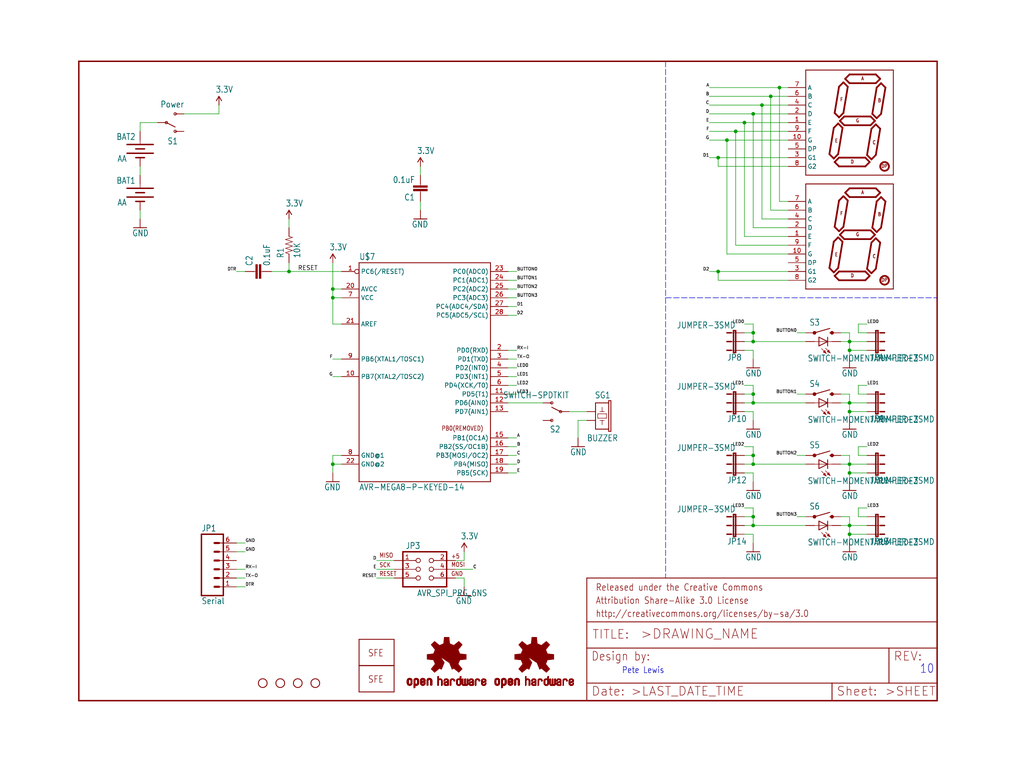
<source format=kicad_sch>
(kicad_sch (version 20211123) (generator eeschema)
  (paper "User" 297.002 223.926)
  (lib_symbols
    (symbol "eagleSchem-eagle-import:0.1UF-50V-20%(PTH)KIT-EZ"
      (property "Reference" "C" (at 1.524 2.921 0))
      (property "Value" "0.1UF-50V-20%(PTH)KIT-EZ" (at 1.524 -2.159 0))
      (symbol "0.1UF-50V-20%(PTH)KIT-EZ_1_0"
        (pin passive line (at 0 5.08 270) (length 2.54) (name "1") (number "1"))
        (pin passive line (at 0 -2.54 90) (length 2.54) (name "2") (number "2"))
      )
    )
    (symbol "eagleSchem-eagle-import:10KOHM1{slash}6W5%(PTH)KIT"
      (property "Reference" "R" (at -3.81 1.4986 0))
      (property "Value" "10KOHM1{slash}6W5%(PTH)KIT" (at -3.81 -3.302 0))
      (symbol "10KOHM1{slash}6W5%(PTH)KIT_1_0"
        (pin passive line (at -5.08 0 0) (length 2.54) (name "1") (number "P$1"))
        (pin passive line (at 5.08 0 180) (length 2.54) (name "2") (number "P$2"))
      )
    )
    (symbol "eagleSchem-eagle-import:3.3V" (power)
      (property "Value" "3.3V" (at -1.016 3.556 0))
      (symbol "3.3V_1_0"
        (pin power_in line (at 0 0 90) (length 2.54) (name "3.3V") (number "1"))
      )
    )
    (symbol "eagleSchem-eagle-import:7-SEGMENT-DISPLAY-1{dblquote}-REDEZ"
      (symbol "7-SEGMENT-DISPLAY-1{dblquote}-REDEZ_1_0"
        (text "A" (at 0.762 12.192 0) (effects (font (size 1.016 0.8636) (thickness 0.1727) bold) (justify left bottom)))
        (text "B" (at 5.588 5.842 0) (effects (font (size 1.016 0.8636) (thickness 0.1727) bold) (justify left bottom)))
        (text "C" (at 4.064 -6.35 0) (effects (font (size 1.016 0.8636) (thickness 0.1727) bold) (justify left bottom)))
        (text "D" (at -2.286 -11.938 0) (effects (font (size 1.016 0.8636) (thickness 0.1727) bold) (justify left bottom)))
        (text "DP" (at 6.604 -13.208 0) (effects (font (size 1.016 0.8636) (thickness 0.1727) bold) (justify left bottom)))
        (text "E" (at -6.858 -5.842 0) (effects (font (size 1.016 0.8636) (thickness 0.1727) bold) (justify left bottom)))
        (text "F" (at -5.334 6.096 0) (effects (font (size 1.016 0.8636) (thickness 0.1727) bold) (justify left bottom)))
        (text "G" (at -0.762 0 0) (effects (font (size 1.016 0.8636) (thickness 0.1727) bold) (justify left bottom)))
        (pin bidirectional line (at -20.32 0 0) (length 5.08) (name "E") (number "1"))
        (pin bidirectional line (at -20.32 -5.08 0) (length 5.08) (name "G") (number "10"))
        (pin bidirectional line (at -20.32 2.54 0) (length 5.08) (name "D") (number "2"))
        (pin bidirectional line (at -20.32 -10.16 0) (length 5.08) (name "G1") (number "3"))
        (pin bidirectional line (at -20.32 5.08 0) (length 5.08) (name "C") (number "4"))
        (pin bidirectional line (at -20.32 -7.62 0) (length 5.08) (name "DP") (number "5"))
        (pin bidirectional line (at -20.32 7.62 0) (length 5.08) (name "B") (number "6"))
        (pin bidirectional line (at -20.32 10.16 0) (length 5.08) (name "A") (number "7"))
        (pin bidirectional line (at -20.32 -12.7 0) (length 5.08) (name "G2") (number "8"))
        (pin bidirectional line (at -20.32 -2.54 0) (length 5.08) (name "F") (number "9"))
      )
    )
    (symbol "eagleSchem-eagle-import:AVR-MEGA8-P-KEYED-14"
      (property "Value" "AVR-MEGA8-P-KEYED-14" (at -17.78 -38.1 0))
      (symbol "AVR-MEGA8-P-KEYED-14_1_0"
        (text "PB0(REMOVED)" (at 6.096 -20.828 0) (effects (font (size 1.27 1.0795)) (justify left bottom)))
        (pin bidirectional inverted (at -22.86 25.4 0) (length 5.08) (name "PC6(/RESET)") (number "1"))
        (pin bidirectional line (at -22.86 -5.08 0) (length 5.08) (name "PB7(XTAL2/TOSC2)") (number "10"))
        (pin bidirectional line (at 25.4 -10.16 180) (length 5.08) (name "PD5(T1)") (number "11"))
        (pin bidirectional line (at 25.4 -12.7 180) (length 5.08) (name "PD6(AIN0)") (number "12"))
        (pin bidirectional line (at 25.4 -15.24 180) (length 5.08) (name "PD7(AIN1)") (number "13"))
        (pin bidirectional line (at 25.4 -22.86 180) (length 5.08) (name "PB1(OC1A)") (number "15"))
        (pin bidirectional line (at 25.4 -25.4 180) (length 5.08) (name "PB2(SS/OC1B)") (number "16"))
        (pin bidirectional line (at 25.4 -27.94 180) (length 5.08) (name "PB3(MOSI/OC2)") (number "17"))
        (pin bidirectional line (at 25.4 -30.48 180) (length 5.08) (name "PB4(MISO)") (number "18"))
        (pin bidirectional line (at 25.4 -33.02 180) (length 5.08) (name "PB5(SCK)") (number "19"))
        (pin bidirectional line (at 25.4 2.54 180) (length 5.08) (name "PD0(RXD)") (number "2"))
        (pin bidirectional line (at -22.86 20.32 0) (length 5.08) (name "AVCC") (number "20"))
        (pin bidirectional line (at -22.86 10.16 0) (length 5.08) (name "AREF") (number "21"))
        (pin bidirectional line (at -22.86 -30.48 0) (length 5.08) (name "GND@2") (number "22"))
        (pin bidirectional line (at 25.4 25.4 180) (length 5.08) (name "PC0(ADC0)") (number "23"))
        (pin bidirectional line (at 25.4 22.86 180) (length 5.08) (name "PC1(ADC1)") (number "24"))
        (pin bidirectional line (at 25.4 20.32 180) (length 5.08) (name "PC2(ADC2)") (number "25"))
        (pin bidirectional line (at 25.4 17.78 180) (length 5.08) (name "PC3(ADC3)") (number "26"))
        (pin bidirectional line (at 25.4 15.24 180) (length 5.08) (name "PC4(ADC4/SDA)") (number "27"))
        (pin bidirectional line (at 25.4 12.7 180) (length 5.08) (name "PC5(ADC5/SCL)") (number "28"))
        (pin bidirectional line (at 25.4 0 180) (length 5.08) (name "PD1(TXD)") (number "3"))
        (pin bidirectional line (at 25.4 -2.54 180) (length 5.08) (name "PD2(INT0)") (number "4"))
        (pin bidirectional line (at 25.4 -5.08 180) (length 5.08) (name "PD3(INT1)") (number "5"))
        (pin bidirectional line (at 25.4 -7.62 180) (length 5.08) (name "PD4(XCK/T0)") (number "6"))
        (pin bidirectional line (at -22.86 17.78 0) (length 5.08) (name "VCC") (number "7"))
        (pin bidirectional line (at -22.86 -27.94 0) (length 5.08) (name "GND@1") (number "8"))
        (pin bidirectional line (at -22.86 0 0) (length 5.08) (name "PB6(XTAL1/TOSC1)") (number "9"))
      )
    )
    (symbol "eagleSchem-eagle-import:AVR_SPI_PRG_6NS"
      (property "Reference" "J" (at -4.318 5.842 0))
      (property "Value" "AVR_SPI_PRG_6NS" (at -4.064 -7.62 0))
      (symbol "AVR_SPI_PRG_6NS_1_0"
        (text "+5" (at 8.89 3.048 0) (effects (font (size 1.27 1.0795)) (justify left bottom)))
        (text "GND" (at 8.89 -2.032 0) (effects (font (size 1.27 1.0795)) (justify left bottom)))
        (text "MISO" (at -11.938 3.302 0) (effects (font (size 1.27 1.0795)) (justify left bottom)))
        (text "MOSI" (at 8.89 0.635 0) (effects (font (size 1.27 1.0795)) (justify left bottom)))
        (text "RESET" (at -11.938 -2.032 0) (effects (font (size 1.27 1.0795)) (justify left bottom)))
        (text "SCK" (at -11.938 0.508 0) (effects (font (size 1.27 1.0795)) (justify left bottom)))
        (pin passive inverted (at -7.62 2.54 0) (length 7.62) (name "1") (number "1"))
        (pin passive inverted (at 10.16 2.54 180) (length 7.62) (name "2") (number "2"))
        (pin passive inverted (at -7.62 0 0) (length 7.62) (name "3") (number "3"))
        (pin passive inverted (at 10.16 0 180) (length 7.62) (name "4") (number "4"))
        (pin passive inverted (at -7.62 -2.54 0) (length 7.62) (name "5") (number "5"))
        (pin passive inverted (at 10.16 -2.54 180) (length 7.62) (name "6") (number "6"))
      )
    )
    (symbol "eagleSchem-eagle-import:BATTERYAA-KIT"
      (property "Reference" "BAT" (at -3.81 5.08 0))
      (property "Value" "BATTERYAA-KIT" (at -3.81 -6.35 0))
      (symbol "BATTERYAA-KIT_1_0"
        (pin power_in line (at 5.08 0 180) (length 2.54) (name "-") (number "GND@1"))
        (pin power_in line (at -5.08 0 0) (length 2.54) (name "+") (number "PWR@1"))
      )
    )
    (symbol "eagleSchem-eagle-import:BUZZERPTH-KIT"
      (property "Reference" "SG" (at -2.54 5.08 0))
      (property "Value" "BUZZERPTH-KIT" (at 6.35 0 0))
      (symbol "BUZZERPTH-KIT_1_0"
        (pin passive line (at 0 -2.54 90) (length 2.54) (name "1") (number "+"))
        (pin passive line (at 2.54 -2.54 90) (length 2.54) (name "2") (number "-"))
      )
    )
    (symbol "eagleSchem-eagle-import:FRAME-LETTER"
      (symbol "FRAME-LETTER_2_0"
        (text ">DRAWING_NAME" (at 15.494 17.78 0) (effects (font (size 2.7432 2.7432)) (justify left bottom)))
        (text ">LAST_DATE_TIME" (at 12.7 1.27 0) (effects (font (size 2.54 2.54)) (justify left bottom)))
        (text ">SHEET" (at 86.36 1.27 0) (effects (font (size 2.54 2.54)) (justify left bottom)))
        (text "Attribution Share-Alike 3.0 License" (at 2.54 27.94 0) (effects (font (size 1.9304 1.6408)) (justify left bottom)))
        (text "Date:" (at 1.27 1.27 0) (effects (font (size 2.54 2.54)) (justify left bottom)))
        (text "Design by:" (at 1.27 11.43 0) (effects (font (size 2.54 2.159)) (justify left bottom)))
        (text "http://creativecommons.org/licenses/by-sa/3.0" (at 2.54 24.13 0) (effects (font (size 1.9304 1.6408)) (justify left bottom)))
        (text "Released under the Creative Commons" (at 2.54 31.75 0) (effects (font (size 1.9304 1.6408)) (justify left bottom)))
        (text "REV:" (at 88.9 11.43 0) (effects (font (size 2.54 2.54)) (justify left bottom)))
        (text "Sheet:" (at 72.39 1.27 0) (effects (font (size 2.54 2.54)) (justify left bottom)))
        (text "TITLE:" (at 1.524 17.78 0) (effects (font (size 2.54 2.54)) (justify left bottom)))
      )
    )
    (symbol "eagleSchem-eagle-import:GND" (power)
      (property "Value" "GND" (at -2.54 -2.54 0))
      (symbol "GND_1_0"
        (pin power_in line (at 0 2.54 270) (length 2.54) (name "GND") (number "1"))
      )
    )
    (symbol "eagleSchem-eagle-import:JUMPER-3SMD"
      (property "Reference" "JP" (at -1.27 0 90))
      (property "Value" "JUMPER-3SMD" (at 8.255 0 90))
      (symbol "JUMPER-3SMD_1_0"
        (pin passive line (at 0 -2.54 90) (length 2.54) (name "1") (number "1"))
        (pin passive line (at 2.54 -2.54 90) (length 2.54) (name "2") (number "2"))
        (pin passive line (at 5.08 -2.54 90) (length 2.54) (name "3") (number "3"))
      )
    )
    (symbol "eagleSchem-eagle-import:LOGO-SFENEW"
      (symbol "LOGO-SFENEW_1_0"
        (text "SFE" (at 0 0 0) (effects (font (size 1.9304 1.6408)) (justify left bottom)))
      )
    )
    (symbol "eagleSchem-eagle-import:M06-SFENOSILK"
      (property "Reference" "JP" (at -5.08 10.922 0))
      (property "Value" "M06-SFENOSILK" (at -5.08 -10.16 0))
      (symbol "M06-SFENOSILK_1_0"
        (pin passive line (at 5.08 -5.08 180) (length 5.08) (name "1") (number "1"))
        (pin passive line (at 5.08 -2.54 180) (length 5.08) (name "2") (number "2"))
        (pin passive line (at 5.08 0 180) (length 5.08) (name "3") (number "3"))
        (pin passive line (at 5.08 2.54 180) (length 5.08) (name "4") (number "4"))
        (pin passive line (at 5.08 5.08 180) (length 5.08) (name "5") (number "5"))
        (pin passive line (at 5.08 7.62 180) (length 5.08) (name "6") (number "6"))
      )
    )
    (symbol "eagleSchem-eagle-import:OSHW-LOGOL")
    (symbol "eagleSchem-eagle-import:OSHW-LOGOS")
    (symbol "eagleSchem-eagle-import:STAND-OFF")
    (symbol "eagleSchem-eagle-import:SWITCH-MOMENTARY-LEDEZ"
      (property "Reference" "S" (at -4.064 2.032 0))
      (property "Value" "SWITCH-MOMENTARY-LEDEZ" (at -4.572 -8.382 0))
      (symbol "SWITCH-MOMENTARY-LEDEZ_1_0"
        (pin passive line (at 5.08 0 180) (length 2.54) (name "2") (number "2"))
        (pin passive line (at -5.08 0 0) (length 2.54) (name "1") (number "4"))
        (pin passive line (at -5.08 -2.54 0) (length 2.54) (name "A") (number "A"))
        (pin passive line (at 5.08 -2.54 180) (length 2.54) (name "C") (number "C"))
      )
    )
    (symbol "eagleSchem-eagle-import:SWITCH-SPDTKIT"
      (property "Reference" "S" (at -1.905 -6.35 0))
      (property "Value" "SWITCH-SPDTKIT" (at -2.54 3.81 0))
      (symbol "SWITCH-SPDTKIT_1_0"
        (pin passive line (at 5.08 2.54 180) (length 2.54) (name "O") (number "1"))
        (pin passive line (at -2.54 0 0) (length 2.54) (name "P") (number "2"))
        (pin passive line (at 5.08 -2.54 180) (length 2.54) (name "S") (number "3"))
      )
    )
  )
  (junction (at 218.44 149.86))
  (junction (at 218.44 99.06))
  (junction (at 218.44 114.3))
  (junction (at 208.28 78.74))
  (junction (at 223.52 27.94))
  (junction (at 226.06 25.4))
  (junction (at 246.38 99.06))
  (junction (at 213.36 38.1))
  (junction (at 218.44 33.02))
  (junction (at 96.52 86.36))
  (junction (at 246.38 134.62))
  (junction (at 83.82 78.74))
  (junction (at 208.28 45.72))
  (junction (at 96.52 134.62))
  (junction (at 218.44 152.4))
  (junction (at 220.98 30.48))
  (junction (at 246.38 137.16))
  (junction (at 218.44 116.84))
  (junction (at 210.82 40.64))
  (junction (at 96.52 83.82))
  (junction (at 218.44 134.62))
  (junction (at 246.38 152.4))
  (junction (at 246.38 101.6))
  (junction (at 246.38 116.84))
  (junction (at 218.44 132.08))
  (junction (at 246.38 154.94))
  (junction (at 246.38 119.38))
  (junction (at 218.44 96.52))
  (junction (at 215.9 35.56))
  (wire (pts (xy 246.38 137.16) (xy 246.38 139.7)))
  (wire (pts (xy 134.62 162.56) (xy 134.62 160.02)))
  (wire (pts (xy 210.82 73.66) (xy 228.6 73.66)))
  (wire (pts (xy 99.06 86.36) (xy 96.52 86.36)))
  (wire (pts (xy 215.9 119.38) (xy 218.44 119.38)))
  (wire (pts (xy 246.38 99.06) (xy 246.38 101.6)))
  (wire (pts (xy 223.52 27.94) (xy 223.52 60.96)))
  (wire (pts (xy 251.46 132.08) (xy 248.92 132.08)))
  (wire (pts (xy 215.9 68.58) (xy 228.6 68.58)))
  (wire (pts (xy 246.38 96.52) (xy 246.38 99.06)))
  (wire (pts (xy 215.9 96.52) (xy 218.44 96.52)))
  (wire (pts (xy 215.9 154.94) (xy 218.44 154.94)))
  (wire (pts (xy 96.52 83.82) (xy 96.52 76.2)))
  (wire (pts (xy 218.44 132.08) (xy 218.44 134.62)))
  (wire (pts (xy 134.62 167.64) (xy 134.62 170.18)))
  (wire (pts (xy 218.44 33.02) (xy 218.44 66.04)))
  (wire (pts (xy 147.32 127) (xy 149.86 127)))
  (wire (pts (xy 243.84 114.3) (xy 246.38 114.3)))
  (wire (pts (xy 251.46 134.62) (xy 246.38 134.62)))
  (wire (pts (xy 218.44 129.54) (xy 215.9 129.54)))
  (wire (pts (xy 215.9 137.16) (xy 218.44 137.16)))
  (wire (pts (xy 147.32 134.62) (xy 149.86 134.62)))
  (wire (pts (xy 248.92 132.08) (xy 248.92 129.54)))
  (wire (pts (xy 228.6 45.72) (xy 208.28 45.72)))
  (wire (pts (xy 218.44 154.94) (xy 218.44 157.48)))
  (wire (pts (xy 71.12 78.74) (xy 68.58 78.74)))
  (wire (pts (xy 210.82 40.64) (xy 205.74 40.64)))
  (wire (pts (xy 228.6 38.1) (xy 213.36 38.1)))
  (wire (pts (xy 147.32 116.84) (xy 157.48 116.84)))
  (wire (pts (xy 226.06 58.42) (xy 228.6 58.42)))
  (wire (pts (xy 147.32 104.14) (xy 149.86 104.14)))
  (wire (pts (xy 243.84 132.08) (xy 246.38 132.08)))
  (wire (pts (xy 223.52 27.94) (xy 205.74 27.94)))
  (wire (pts (xy 218.44 149.86) (xy 218.44 152.4)))
  (wire (pts (xy 208.28 78.74) (xy 205.74 78.74)))
  (wire (pts (xy 251.46 114.3) (xy 248.92 114.3)))
  (wire (pts (xy 68.58 160.02) (xy 71.12 160.02)))
  (wire (pts (xy 248.92 114.3) (xy 248.92 111.76)))
  (wire (pts (xy 99.06 134.62) (xy 96.52 134.62)))
  (wire (pts (xy 99.06 109.22) (xy 96.52 109.22)))
  (wire (pts (xy 248.92 149.86) (xy 248.92 147.32)))
  (wire (pts (xy 215.9 149.86) (xy 218.44 149.86)))
  (wire (pts (xy 40.64 35.56) (xy 40.64 38.1)))
  (wire (pts (xy 233.68 134.62) (xy 218.44 134.62)))
  (polyline (pts (xy 193.04 86.36) (xy 271.78 86.36)))
  (wire (pts (xy 63.5 30.48) (xy 63.5 33.02)))
  (wire (pts (xy 233.68 149.86) (xy 231.14 149.86)))
  (wire (pts (xy 40.64 48.26) (xy 40.64 50.8)))
  (wire (pts (xy 170.18 121.92) (xy 167.64 121.92)))
  (wire (pts (xy 248.92 111.76) (xy 251.46 111.76)))
  (wire (pts (xy 228.6 78.74) (xy 208.28 78.74)))
  (wire (pts (xy 147.32 101.6) (xy 149.86 101.6)))
  (wire (pts (xy 218.44 33.02) (xy 205.74 33.02)))
  (wire (pts (xy 68.58 165.1) (xy 71.12 165.1)))
  (wire (pts (xy 251.46 149.86) (xy 248.92 149.86)))
  (wire (pts (xy 251.46 116.84) (xy 246.38 116.84)))
  (wire (pts (xy 218.44 116.84) (xy 215.9 116.84)))
  (wire (pts (xy 218.44 149.86) (xy 218.44 147.32)))
  (wire (pts (xy 233.68 132.08) (xy 231.14 132.08)))
  (wire (pts (xy 114.3 165.1) (xy 109.22 165.1)))
  (wire (pts (xy 208.28 48.26) (xy 208.28 45.72)))
  (wire (pts (xy 246.38 114.3) (xy 246.38 116.84)))
  (wire (pts (xy 215.9 132.08) (xy 218.44 132.08)))
  (wire (pts (xy 96.52 132.08) (xy 96.52 134.62)))
  (wire (pts (xy 215.9 101.6) (xy 218.44 101.6)))
  (wire (pts (xy 147.32 129.54) (xy 149.86 129.54)))
  (polyline (pts (xy 193.04 86.36) (xy 193.04 167.64)))
  (wire (pts (xy 213.36 38.1) (xy 213.36 71.12)))
  (wire (pts (xy 40.64 63.5) (xy 40.64 60.96)))
  (wire (pts (xy 132.08 167.64) (xy 134.62 167.64)))
  (wire (pts (xy 83.82 76.2) (xy 83.82 78.74)))
  (wire (pts (xy 147.32 83.82) (xy 149.86 83.82)))
  (wire (pts (xy 218.44 132.08) (xy 218.44 129.54)))
  (wire (pts (xy 40.64 35.56) (xy 45.72 35.56)))
  (wire (pts (xy 228.6 40.64) (xy 210.82 40.64)))
  (wire (pts (xy 96.52 134.62) (xy 96.52 137.16)))
  (wire (pts (xy 243.84 116.84) (xy 246.38 116.84)))
  (wire (pts (xy 218.44 114.3) (xy 218.44 111.76)))
  (wire (pts (xy 218.44 147.32) (xy 215.9 147.32)))
  (wire (pts (xy 218.44 96.52) (xy 218.44 99.06)))
  (wire (pts (xy 246.38 101.6) (xy 246.38 104.14)))
  (wire (pts (xy 96.52 86.36) (xy 96.52 83.82)))
  (wire (pts (xy 251.46 154.94) (xy 246.38 154.94)))
  (wire (pts (xy 147.32 91.44) (xy 149.86 91.44)))
  (wire (pts (xy 248.92 96.52) (xy 248.92 93.98)))
  (wire (pts (xy 83.82 78.74) (xy 78.74 78.74)))
  (wire (pts (xy 233.68 114.3) (xy 231.14 114.3)))
  (wire (pts (xy 218.44 99.06) (xy 215.9 99.06)))
  (wire (pts (xy 243.84 96.52) (xy 246.38 96.52)))
  (polyline (pts (xy 193.04 17.78) (xy 193.04 86.36)))
  (wire (pts (xy 218.44 137.16) (xy 218.44 139.7)))
  (wire (pts (xy 121.92 50.8) (xy 121.92 48.26)))
  (wire (pts (xy 68.58 170.18) (xy 71.12 170.18)))
  (wire (pts (xy 68.58 167.64) (xy 71.12 167.64)))
  (wire (pts (xy 233.68 99.06) (xy 218.44 99.06)))
  (wire (pts (xy 165.1 119.38) (xy 170.18 119.38)))
  (wire (pts (xy 218.44 134.62) (xy 215.9 134.62)))
  (wire (pts (xy 213.36 71.12) (xy 228.6 71.12)))
  (wire (pts (xy 243.84 149.86) (xy 246.38 149.86)))
  (wire (pts (xy 99.06 78.74) (xy 83.82 78.74)))
  (wire (pts (xy 246.38 99.06) (xy 243.84 99.06)))
  (wire (pts (xy 83.82 63.5) (xy 83.82 66.04)))
  (wire (pts (xy 248.92 93.98) (xy 251.46 93.98)))
  (wire (pts (xy 215.9 35.56) (xy 215.9 68.58)))
  (wire (pts (xy 246.38 132.08) (xy 246.38 134.62)))
  (wire (pts (xy 251.46 99.06) (xy 246.38 99.06)))
  (wire (pts (xy 99.06 104.14) (xy 96.52 104.14)))
  (wire (pts (xy 251.46 119.38) (xy 246.38 119.38)))
  (wire (pts (xy 246.38 116.84) (xy 246.38 119.38)))
  (wire (pts (xy 114.3 167.64) (xy 109.22 167.64)))
  (wire (pts (xy 147.32 81.28) (xy 149.86 81.28)))
  (wire (pts (xy 246.38 134.62) (xy 246.38 137.16)))
  (wire (pts (xy 228.6 30.48) (xy 220.98 30.48)))
  (wire (pts (xy 147.32 86.36) (xy 149.86 86.36)))
  (wire (pts (xy 251.46 137.16) (xy 246.38 137.16)))
  (wire (pts (xy 233.68 96.52) (xy 231.14 96.52)))
  (wire (pts (xy 218.44 96.52) (xy 218.44 93.98)))
  (wire (pts (xy 208.28 81.28) (xy 208.28 78.74)))
  (wire (pts (xy 53.34 33.02) (xy 63.5 33.02)))
  (wire (pts (xy 99.06 83.82) (xy 96.52 83.82)))
  (wire (pts (xy 213.36 38.1) (xy 205.74 38.1)))
  (wire (pts (xy 68.58 157.48) (xy 71.12 157.48)))
  (wire (pts (xy 132.08 165.1) (xy 137.16 165.1)))
  (wire (pts (xy 114.3 162.56) (xy 109.22 162.56)))
  (wire (pts (xy 218.44 119.38) (xy 218.44 121.92)))
  (wire (pts (xy 147.32 78.74) (xy 149.86 78.74)))
  (wire (pts (xy 228.6 48.26) (xy 208.28 48.26)))
  (wire (pts (xy 147.32 109.22) (xy 149.86 109.22)))
  (wire (pts (xy 220.98 63.5) (xy 228.6 63.5)))
  (wire (pts (xy 226.06 25.4) (xy 226.06 58.42)))
  (wire (pts (xy 218.44 101.6) (xy 218.44 104.14)))
  (wire (pts (xy 132.08 162.56) (xy 134.62 162.56)))
  (wire (pts (xy 251.46 152.4) (xy 246.38 152.4)))
  (wire (pts (xy 246.38 152.4) (xy 246.38 154.94)))
  (wire (pts (xy 251.46 96.52) (xy 248.92 96.52)))
  (wire (pts (xy 218.44 93.98) (xy 215.9 93.98)))
  (wire (pts (xy 233.68 116.84) (xy 218.44 116.84)))
  (wire (pts (xy 147.32 137.16) (xy 149.86 137.16)))
  (wire (pts (xy 223.52 60.96) (xy 228.6 60.96)))
  (wire (pts (xy 218.44 114.3) (xy 218.44 116.84)))
  (wire (pts (xy 147.32 88.9) (xy 149.86 88.9)))
  (wire (pts (xy 218.44 66.04) (xy 228.6 66.04)))
  (wire (pts (xy 226.06 25.4) (xy 205.74 25.4)))
  (wire (pts (xy 248.92 129.54) (xy 251.46 129.54)))
  (wire (pts (xy 243.84 134.62) (xy 246.38 134.62)))
  (wire (pts (xy 99.06 132.08) (xy 96.52 132.08)))
  (wire (pts (xy 246.38 154.94) (xy 246.38 157.48)))
  (wire (pts (xy 99.06 93.98) (xy 96.52 93.98)))
  (wire (pts (xy 220.98 30.48) (xy 205.74 30.48)))
  (wire (pts (xy 96.52 93.98) (xy 96.52 86.36)))
  (wire (pts (xy 228.6 25.4) (xy 226.06 25.4)))
  (wire (pts (xy 246.38 149.86) (xy 246.38 152.4)))
  (wire (pts (xy 218.44 152.4) (xy 215.9 152.4)))
  (wire (pts (xy 210.82 40.64) (xy 210.82 73.66)))
  (wire (pts (xy 147.32 106.68) (xy 149.86 106.68)))
  (wire (pts (xy 228.6 81.28) (xy 208.28 81.28)))
  (wire (pts (xy 248.92 147.32) (xy 251.46 147.32)))
  (wire (pts (xy 228.6 33.02) (xy 218.44 33.02)))
  (wire (pts (xy 251.46 101.6) (xy 246.38 101.6)))
  (wire (pts (xy 167.64 121.92) (xy 167.64 127)))
  (wire (pts (xy 218.44 111.76) (xy 215.9 111.76)))
  (wire (pts (xy 147.32 114.3) (xy 149.86 114.3)))
  (wire (pts (xy 233.68 152.4) (xy 218.44 152.4)))
  (wire (pts (xy 243.84 152.4) (xy 246.38 152.4)))
  (wire (pts (xy 220.98 30.48) (xy 220.98 63.5)))
  (wire (pts (xy 228.6 35.56) (xy 215.9 35.56)))
  (wire (pts (xy 147.32 132.08) (xy 149.86 132.08)))
  (wire (pts (xy 228.6 27.94) (xy 223.52 27.94)))
  (wire (pts (xy 147.32 111.76) (xy 149.86 111.76)))
  (wire (pts (xy 121.92 60.96) (xy 121.92 58.42)))
  (wire (pts (xy 215.9 114.3) (xy 218.44 114.3)))
  (wire (pts (xy 215.9 35.56) (xy 205.74 35.56)))
  (wire (pts (xy 208.28 45.72) (xy 205.74 45.72)))
  (wire (pts (xy 246.38 119.38) (xy 246.38 121.92)))
  (text "10" (at 266.7 195.58 180) (effects (font (size 2.54 2.159)) (justify left bottom)))
  (text "Pete Lewis" (at 180.34 195.58 180) (effects (font (size 1.778 1.5113)) (justify left bottom)))
  (label "LED3" (at 215.9 147.32 180) (effects (font (size 0.889 0.889))))
  (label "BUTTON1" (at 149.86 81.28 0) (effects (font (size 0.889 0.889))))
  (label "D" (at 205.74 33.02 180) (effects (font (size 0.889 0.889))))
  (label "A" (at 149.86 127 0) (effects (font (size 0.889 0.889))))
  (label "RESET" (at 109.22 167.64 180) (effects (font (size 0.889 0.889))))
  (label "F" (at 96.52 104.14 180) (effects (font (size 0.889 0.889))))
  (label "DTR" (at 68.58 78.74 180) (effects (font (size 0.889 0.889))))
  (label "F" (at 205.74 38.1 180) (effects (font (size 0.889 0.889))))
  (label "D1" (at 149.86 88.9 0) (effects (font (size 0.889 0.889))))
  (label "LED0" (at 215.9 93.98 180) (effects (font (size 0.889 0.889))))
  (label "B" (at 149.86 129.54 0) (effects (font (size 0.889 0.889))))
  (label "TX-O" (at 149.86 104.14 0) (effects (font (size 0.889 0.889))))
  (label "LED0" (at 149.86 106.68 0) (effects (font (size 0.889 0.889))))
  (label "E" (at 109.22 165.1 180) (effects (font (size 0.889 0.889))))
  (label "LED2" (at 251.46 129.54 0) (effects (font (size 0.889 0.889))))
  (label "BUTTON2" (at 149.86 83.82 0) (effects (font (size 0.889 0.889))))
  (label "D2" (at 149.86 91.44 0) (effects (font (size 0.889 0.889))))
  (label "GND" (at 71.12 157.48 0) (effects (font (size 0.889 0.889))))
  (label "DTR" (at 71.12 170.18 0) (effects (font (size 0.889 0.889))))
  (label "LED1" (at 215.9 111.76 180) (effects (font (size 0.889 0.889))))
  (label "BUTTON2" (at 231.14 132.08 180) (effects (font (size 0.889 0.889))))
  (label "RX-I" (at 149.86 101.6 0) (effects (font (size 0.889 0.889))))
  (label "C" (at 149.86 132.08 0) (effects (font (size 0.889 0.889))))
  (label "E" (at 149.86 137.16 0) (effects (font (size 0.889 0.889))))
  (label "B" (at 205.74 27.94 180) (effects (font (size 0.889 0.889))))
  (label "BUTTON3" (at 231.14 149.86 180) (effects (font (size 0.889 0.889))))
  (label "D2" (at 205.74 78.74 180) (effects (font (size 0.889 0.889))))
  (label "E" (at 205.74 35.56 180) (effects (font (size 0.889 0.889))))
  (label "G" (at 205.74 40.64 180) (effects (font (size 0.889 0.889))))
  (label "D" (at 109.22 162.56 180) (effects (font (size 0.889 0.889))))
  (label "LED2" (at 149.86 111.76 0) (effects (font (size 0.889 0.889))))
  (label "G" (at 96.52 109.22 180) (effects (font (size 0.889 0.889))))
  (label "LED1" (at 251.46 111.76 0) (effects (font (size 0.889 0.889))))
  (label "BUTTON1" (at 231.14 114.3 180) (effects (font (size 0.889 0.889))))
  (label "C" (at 137.16 165.1 0) (effects (font (size 0.889 0.889))))
  (label "GND" (at 71.12 160.02 0) (effects (font (size 0.889 0.889))))
  (label "BUTTON3" (at 149.86 86.36 0) (effects (font (size 0.889 0.889))))
  (label "RX-I" (at 71.12 165.1 0) (effects (font (size 0.889 0.889))))
  (label "C" (at 205.74 30.48 180) (effects (font (size 0.889 0.889))))
  (label "BUTTON0" (at 149.86 78.74 0) (effects (font (size 0.889 0.889))))
  (label "BUTTON0" (at 231.14 96.52 180) (effects (font (size 0.889 0.889))))
  (label "LED3" (at 251.46 147.32 0) (effects (font (size 0.889 0.889))))
  (label "LED2" (at 215.9 129.54 180) (effects (font (size 0.889 0.889))))
  (label "A" (at 205.74 25.4 180) (effects (font (size 0.889 0.889))))
  (label "D1" (at 205.74 45.72 180) (effects (font (size 0.889 0.889))))
  (label "LED0" (at 251.46 93.98 0) (effects (font (size 0.889 0.889))))
  (label "LED3" (at 149.86 114.3 0) (effects (font (size 0.889 0.889))))
  (label "TX-O" (at 71.12 167.64 0) (effects (font (size 0.889 0.889))))
  (label "D" (at 149.86 134.62 0) (effects (font (size 0.889 0.889))))
  (label "LED1" (at 149.86 109.22 0) (effects (font (size 0.889 0.889))))
  (label "RESET" (at 86.36 78.74 0) (effects (font (size 1.2446 1.2446))))
  (symbol (lib_id "eagleSchem-eagle-import:7-SEGMENT-DISPLAY-1{dblquote}-REDEZ") (at 248.92 68.58 0) (unit 1)
    (property "Reference" "U$6" (effects hide))
    (property "Value" "7-SEGMENT-DISPLAY-1\"-REDEZ" (effects hide))
    (property "Footprint" "eagleSchem:7-SEGMENT-1_PTH-EZ" (effects hide))
  )
  (symbol (lib_id "eagleSchem-eagle-import:OSHW-LOGOL") (at 129.54 190.5 0) (unit 1)
    (property "Reference" "U$2" (effects hide))
    (property "Value" "OSHW-LOGOL" (effects hide))
    (property "Footprint" "eagleSchem:OSHW-LOGO-L" (effects hide))
  )
  (symbol (lib_id "eagleSchem-eagle-import:M06-SFENOSILK") (at 63.5 165.1 0) (unit 1)
    (property "Reference" "JP1" (at 58.42 154.178 0) (effects (font (size 1.778 1.5113)) (justify left bottom)))
    (property "Value" "Serial" (at 58.42 175.26 0) (effects (font (size 1.778 1.5113)) (justify left bottom)))
    (property "Footprint" "eagleSchem:1X06-NOSILK" (effects hide))
  )
  (symbol (lib_id "eagleSchem-eagle-import:0.1UF-50V-20%(PTH)KIT-EZ") (at 121.92 53.34 180) (unit 1)
    (property "Reference" "C1" (at 120.396 56.261 0) (effects (font (size 1.778 1.5113)) (justify left bottom)))
    (property "Value" "0.1uF" (at 120.396 51.181 0) (effects (font (size 1.778 1.5113)) (justify left bottom)))
    (property "Footprint" "eagleSchem:CAP-PTH-SMALL-KIT" (effects hide))
  )
  (symbol (lib_id "eagleSchem-eagle-import:SWITCH-MOMENTARY-LEDEZ") (at 238.76 132.08 0) (unit 1)
    (property "Reference" "S5" (at 234.696 130.048 0) (effects (font (size 1.778 1.5113)) (justify left bottom)))
    (property "Value" "SWITCH-MOMENTARY-LEDEZ" (at 234.188 140.462 0) (effects (font (size 1.778 1.5113)) (justify left bottom)))
    (property "Footprint" "eagleSchem:TACTILE-PTH-LED-12MM-EZ" (effects hide))
  )
  (symbol (lib_id "eagleSchem-eagle-import:STAND-OFF") (at 76.2 198.12 0) (unit 1)
    (property "Reference" "JP2" (effects hide))
    (property "Value" "STAND-OFF" (effects hide))
    (property "Footprint" "eagleSchem:STAND-OFF" (effects hide))
  )
  (symbol (lib_id "eagleSchem-eagle-import:SWITCH-MOMENTARY-LEDEZ") (at 238.76 96.52 0) (unit 1)
    (property "Reference" "S3" (at 234.696 94.488 0) (effects (font (size 1.778 1.5113)) (justify left bottom)))
    (property "Value" "SWITCH-MOMENTARY-LEDEZ" (at 234.188 104.902 0) (effects (font (size 1.778 1.5113)) (justify left bottom)))
    (property "Footprint" "eagleSchem:TACTILE-PTH-LED-12MM-EZ" (effects hide))
  )
  (symbol (lib_id "eagleSchem-eagle-import:BATTERYAA-KIT") (at 40.64 55.88 90) (mirror x) (unit 1)
    (property "Reference" "BAT1" (at 39.37 53.34 90) (effects (font (size 1.778 1.5113)) (justify left bottom)))
    (property "Value" "AA" (at 36.83 59.69 90) (effects (font (size 1.778 1.5113)) (justify left bottom)))
    (property "Footprint" "eagleSchem:BATTERY-AA-KIT" (effects hide))
  )
  (symbol (lib_id "eagleSchem-eagle-import:STAND-OFF") (at 91.44 198.12 0) (unit 1)
    (property "Reference" "JP7" (effects hide))
    (property "Value" "STAND-OFF" (effects hide))
    (property "Footprint" "eagleSchem:STAND-OFF" (effects hide))
  )
  (symbol (lib_id "eagleSchem-eagle-import:GND") (at 246.38 124.46 0) (mirror y) (unit 1)
    (property "Reference" "#GND6" (effects hide))
    (property "Value" "GND" (at 248.92 127 0) (effects (font (size 1.778 1.5113)) (justify left bottom)))
    (property "Footprint" "eagleSchem:" (effects hide))
  )
  (symbol (lib_id "eagleSchem-eagle-import:GND") (at 246.38 142.24 0) (mirror y) (unit 1)
    (property "Reference" "#GND12" (effects hide))
    (property "Value" "GND" (at 248.92 144.78 0) (effects (font (size 1.778 1.5113)) (justify left bottom)))
    (property "Footprint" "eagleSchem:" (effects hide))
  )
  (symbol (lib_id "eagleSchem-eagle-import:FRAME-LETTER") (at 170.18 203.2 0) (unit 2)
    (property "Reference" "FRAME1" (effects hide))
    (property "Value" "FRAME-LETTER" (effects hide))
    (property "Footprint" "eagleSchem:CREATIVE_COMMONS" (effects hide))
  )
  (symbol (lib_id "eagleSchem-eagle-import:GND") (at 96.52 139.7 0) (unit 1)
    (property "Reference" "#GND7" (effects hide))
    (property "Value" "GND" (at 93.98 142.24 0) (effects (font (size 1.778 1.5113)) (justify left bottom)))
    (property "Footprint" "eagleSchem:" (effects hide))
  )
  (symbol (lib_id "eagleSchem-eagle-import:GND") (at 218.44 160.02 0) (mirror y) (unit 1)
    (property "Reference" "#GND13" (effects hide))
    (property "Value" "GND" (at 220.98 162.56 0) (effects (font (size 1.778 1.5113)) (justify left bottom)))
    (property "Footprint" "eagleSchem:" (effects hide))
  )
  (symbol (lib_id "eagleSchem-eagle-import:SWITCH-SPDTKIT") (at 48.26 35.56 0) (mirror x) (unit 1)
    (property "Reference" "S1" (at 48.514 41.91 0) (effects (font (size 1.778 1.5113)) (justify left top)))
    (property "Value" "Power" (at 46.482 31.242 0) (effects (font (size 1.778 1.5113)) (justify left top)))
    (property "Footprint" "eagleSchem:SWITCH-SPDT_KIT" (effects hide))
  )
  (symbol (lib_id "eagleSchem-eagle-import:JUMPER-3SMD") (at 254 96.52 270) (unit 1)
    (property "Reference" "JP4" (at 252.222 104.648 90) (effects (font (size 1.778 1.5113)) (justify left bottom)))
    (property "Value" "JUMPER-3SMD" (at 254 104.775 90) (effects (font (size 1.778 1.5113)) (justify left bottom)))
    (property "Footprint" "eagleSchem:SJ_3" (effects hide))
  )
  (symbol (lib_id "eagleSchem-eagle-import:GND") (at 218.44 124.46 0) (mirror y) (unit 1)
    (property "Reference" "#GND10" (effects hide))
    (property "Value" "GND" (at 220.98 127 0) (effects (font (size 1.778 1.5113)) (justify left bottom)))
    (property "Footprint" "eagleSchem:" (effects hide))
  )
  (symbol (lib_id "eagleSchem-eagle-import:STAND-OFF") (at 81.28 198.12 0) (unit 1)
    (property "Reference" "JP5" (effects hide))
    (property "Value" "STAND-OFF" (effects hide))
    (property "Footprint" "eagleSchem:STAND-OFF" (effects hide))
  )
  (symbol (lib_id "eagleSchem-eagle-import:GND") (at 167.64 129.54 0) (mirror y) (unit 1)
    (property "Reference" "#GND3" (effects hide))
    (property "Value" "GND" (at 170.18 132.08 0) (effects (font (size 1.778 1.5113)) (justify left bottom)))
    (property "Footprint" "eagleSchem:" (effects hide))
  )
  (symbol (lib_id "eagleSchem-eagle-import:7-SEGMENT-DISPLAY-1{dblquote}-REDEZ") (at 248.92 35.56 0) (unit 1)
    (property "Reference" "U$1" (effects hide))
    (property "Value" "7-SEGMENT-DISPLAY-1\"-REDEZ" (effects hide))
    (property "Footprint" "eagleSchem:7-SEGMENT-1_PTH-EZ" (effects hide))
  )
  (symbol (lib_id "eagleSchem-eagle-import:SWITCH-MOMENTARY-LEDEZ") (at 238.76 114.3 0) (unit 1)
    (property "Reference" "S4" (at 234.696 112.268 0) (effects (font (size 1.778 1.5113)) (justify left bottom)))
    (property "Value" "SWITCH-MOMENTARY-LEDEZ" (at 234.188 122.682 0) (effects (font (size 1.778 1.5113)) (justify left bottom)))
    (property "Footprint" "eagleSchem:TACTILE-PTH-LED-12MM-EZ" (effects hide))
  )
  (symbol (lib_id "eagleSchem-eagle-import:BATTERYAA-KIT") (at 40.64 43.18 90) (mirror x) (unit 1)
    (property "Reference" "BAT2" (at 39.37 40.64 90) (effects (font (size 1.778 1.5113)) (justify left bottom)))
    (property "Value" "AA" (at 36.83 46.99 90) (effects (font (size 1.778 1.5113)) (justify left bottom)))
    (property "Footprint" "eagleSchem:BATTERY-AA-KIT" (effects hide))
  )
  (symbol (lib_id "eagleSchem-eagle-import:3.3V") (at 121.92 48.26 0) (unit 1)
    (property "Reference" "#P+2" (effects hide))
    (property "Value" "3.3V" (at 120.904 44.704 0) (effects (font (size 1.778 1.5113)) (justify left bottom)))
    (property "Footprint" "eagleSchem:" (effects hide))
  )
  (symbol (lib_id "eagleSchem-eagle-import:3.3V") (at 83.82 63.5 0) (unit 1)
    (property "Reference" "#P+3" (effects hide))
    (property "Value" "3.3V" (at 82.804 59.944 0) (effects (font (size 1.778 1.5113)) (justify left bottom)))
    (property "Footprint" "eagleSchem:" (effects hide))
  )
  (symbol (lib_id "eagleSchem-eagle-import:JUMPER-3SMD") (at 254 149.86 270) (unit 1)
    (property "Reference" "JP13" (at 252.222 157.988 90) (effects (font (size 1.778 1.5113)) (justify left bottom)))
    (property "Value" "JUMPER-3SMD" (at 254 158.115 90) (effects (font (size 1.778 1.5113)) (justify left bottom)))
    (property "Footprint" "eagleSchem:SJ_3" (effects hide))
  )
  (symbol (lib_id "eagleSchem-eagle-import:LOGO-SFENEW") (at 106.68 190.5 0) (unit 1)
    (property "Reference" "LOGO1" (effects hide))
    (property "Value" "LOGO-SFENEW" (effects hide))
    (property "Footprint" "eagleSchem:SFE-NEW-WEBLOGO" (effects hide))
  )
  (symbol (lib_id "eagleSchem-eagle-import:JUMPER-3SMD") (at 254 114.3 270) (unit 1)
    (property "Reference" "JP9" (at 252.222 122.428 90) (effects (font (size 1.778 1.5113)) (justify left bottom)))
    (property "Value" "JUMPER-3SMD" (at 254 122.555 90) (effects (font (size 1.778 1.5113)) (justify left bottom)))
    (property "Footprint" "eagleSchem:SJ_3" (effects hide))
  )
  (symbol (lib_id "eagleSchem-eagle-import:JUMPER-3SMD") (at 254 132.08 270) (unit 1)
    (property "Reference" "JP11" (at 252.222 140.208 90) (effects (font (size 1.778 1.5113)) (justify left bottom)))
    (property "Value" "JUMPER-3SMD" (at 254 140.335 90) (effects (font (size 1.778 1.5113)) (justify left bottom)))
    (property "Footprint" "eagleSchem:SJ_3" (effects hide))
  )
  (symbol (lib_id "eagleSchem-eagle-import:SWITCH-MOMENTARY-LEDEZ") (at 238.76 149.86 0) (unit 1)
    (property "Reference" "S6" (at 234.696 147.828 0) (effects (font (size 1.778 1.5113)) (justify left bottom)))
    (property "Value" "SWITCH-MOMENTARY-LEDEZ" (at 234.188 158.242 0) (effects (font (size 1.778 1.5113)) (justify left bottom)))
    (property "Footprint" "eagleSchem:TACTILE-PTH-LED-12MM-EZ" (effects hide))
  )
  (symbol (lib_id "eagleSchem-eagle-import:3.3V") (at 63.5 30.48 0) (unit 1)
    (property "Reference" "#P+1" (effects hide))
    (property "Value" "3.3V" (at 62.484 26.924 0) (effects (font (size 1.778 1.5113)) (justify left bottom)))
    (property "Footprint" "eagleSchem:" (effects hide))
  )
  (symbol (lib_id "eagleSchem-eagle-import:SWITCH-SPDTKIT") (at 162.56 119.38 0) (mirror y) (unit 1)
    (property "Reference" "S2" (at 162.56 125.476 0) (effects (font (size 1.778 1.5113)) (justify left bottom)))
    (property "Value" "SWITCH-SPDTKIT" (at 165.1 115.57 0) (effects (font (size 1.778 1.5113)) (justify left bottom)))
    (property "Footprint" "eagleSchem:SWITCH-SPDT_KIT" (effects hide))
  )
  (symbol (lib_id "eagleSchem-eagle-import:10KOHM1{slash}6W5%(PTH)KIT") (at 83.82 71.12 90) (unit 1)
    (property "Reference" "R1" (at 82.3214 74.93 0) (effects (font (size 1.778 1.5113)) (justify left bottom)))
    (property "Value" "10K" (at 87.122 74.93 0) (effects (font (size 1.778 1.5113)) (justify left bottom)))
    (property "Footprint" "eagleSchem:AXIAL-0.3-KIT" (effects hide))
  )
  (symbol (lib_id "eagleSchem-eagle-import:JUMPER-3SMD") (at 213.36 119.38 90) (unit 1)
    (property "Reference" "JP10" (at 210.82 122.428 90) (effects (font (size 1.778 1.5113)) (justify right top)))
    (property "Value" "JUMPER-3SMD" (at 213.36 111.125 90) (effects (font (size 1.778 1.5113)) (justify left bottom)))
    (property "Footprint" "eagleSchem:SJ_3" (effects hide))
  )
  (symbol (lib_id "eagleSchem-eagle-import:GND") (at 218.44 106.68 0) (mirror y) (unit 1)
    (property "Reference" "#GND9" (effects hide))
    (property "Value" "GND" (at 220.98 109.22 0) (effects (font (size 1.778 1.5113)) (justify left bottom)))
    (property "Footprint" "eagleSchem:" (effects hide))
  )
  (symbol (lib_id "eagleSchem-eagle-import:GND") (at 40.64 66.04 0) (mirror y) (unit 1)
    (property "Reference" "#GND8" (effects hide))
    (property "Value" "GND" (at 43.18 68.58 0) (effects (font (size 1.778 1.5113)) (justify left bottom)))
    (property "Footprint" "eagleSchem:" (effects hide))
  )
  (symbol (lib_id "eagleSchem-eagle-import:FRAME-LETTER") (at 22.86 203.2 0) (unit 1)
    (property "Reference" "FRAME1" (effects hide))
    (property "Value" "FRAME-LETTER" (effects hide))
    (property "Footprint" "eagleSchem:CREATIVE_COMMONS" (effects hide))
  )
  (symbol (lib_id "eagleSchem-eagle-import:AVR_SPI_PRG_6NS") (at 121.92 165.1 0) (unit 1)
    (property "Reference" "JP3" (at 117.602 159.258 0) (effects (font (size 1.778 1.5113)) (justify left bottom)))
    (property "Value" "AVR_SPI_PRG_6NS" (at 120.904 172.974 0) (effects (font (size 1.778 1.5113)) (justify left bottom)))
    (property "Footprint" "eagleSchem:2X3-NS" (effects hide))
  )
  (symbol (lib_id "eagleSchem-eagle-import:GND") (at 246.38 106.68 0) (mirror y) (unit 1)
    (property "Reference" "#GND5" (effects hide))
    (property "Value" "GND" (at 248.92 109.22 0) (effects (font (size 1.778 1.5113)) (justify left bottom)))
    (property "Footprint" "eagleSchem:" (effects hide))
  )
  (symbol (lib_id "eagleSchem-eagle-import:LOGO-SFENEW") (at 106.68 198.12 0) (unit 1)
    (property "Reference" "LOGO2" (effects hide))
    (property "Value" "LOGO-SFENEW" (effects hide))
    (property "Footprint" "eagleSchem:SFE-NEW-WEBLOGO" (effects hide))
  )
  (symbol (lib_id "eagleSchem-eagle-import:AVR-MEGA8-P-KEYED-14") (at 121.92 104.14 0) (unit 1)
    (property "Reference" "U$7" (at 104.14 75.438 0) (effects (font (size 1.778 1.5113)) (justify left bottom)))
    (property "Value" "AVR-MEGA8-P-KEYED-14" (at 104.14 142.24 0) (effects (font (size 1.778 1.5113)) (justify left bottom)))
    (property "Footprint" "eagleSchem:DIL28-3_KEYED-14" (effects hide))
  )
  (symbol (lib_id "eagleSchem-eagle-import:STAND-OFF") (at 86.36 198.12 0) (unit 1)
    (property "Reference" "JP6" (effects hide))
    (property "Value" "STAND-OFF" (effects hide))
    (property "Footprint" "eagleSchem:STAND-OFF" (effects hide))
  )
  (symbol (lib_id "eagleSchem-eagle-import:BUZZERPTH-KIT") (at 172.72 119.38 270) (unit 1)
    (property "Reference" "SG1" (at 172.466 115.57 90) (effects (font (size 1.778 1.5113)) (justify left bottom)))
    (property "Value" "BUZZER" (at 170.18 128.016 90) (effects (font (size 1.778 1.5113)) (justify left bottom)))
    (property "Footprint" "eagleSchem:BUZZER-12MM-KIT" (effects hide))
  )
  (symbol (lib_id "eagleSchem-eagle-import:JUMPER-3SMD") (at 213.36 101.6 90) (unit 1)
    (property "Reference" "JP8" (at 210.82 104.648 90) (effects (font (size 1.778 1.5113)) (justify right top)))
    (property "Value" "JUMPER-3SMD" (at 213.36 93.345 90) (effects (font (size 1.778 1.5113)) (justify left bottom)))
    (property "Footprint" "eagleSchem:SJ_3" (effects hide))
  )
  (symbol (lib_id "eagleSchem-eagle-import:JUMPER-3SMD") (at 213.36 137.16 90) (unit 1)
    (property "Reference" "JP12" (at 210.82 140.208 90) (effects (font (size 1.778 1.5113)) (justify right top)))
    (property "Value" "JUMPER-3SMD" (at 213.36 128.905 90) (effects (font (size 1.778 1.5113)) (justify left bottom)))
    (property "Footprint" "eagleSchem:SJ_3" (effects hide))
  )
  (symbol (lib_id "eagleSchem-eagle-import:GND") (at 218.44 142.24 0) (mirror y) (unit 1)
    (property "Reference" "#GND11" (effects hide))
    (property "Value" "GND" (at 220.98 144.78 0) (effects (font (size 1.778 1.5113)) (justify left bottom)))
    (property "Footprint" "eagleSchem:" (effects hide))
  )
  (symbol (lib_id "eagleSchem-eagle-import:GND") (at 121.92 63.5 0) (unit 1)
    (property "Reference" "#GND2" (effects hide))
    (property "Value" "GND" (at 119.38 66.04 0) (effects (font (size 1.778 1.5113)) (justify left bottom)))
    (property "Footprint" "eagleSchem:" (effects hide))
  )
  (symbol (lib_id "eagleSchem-eagle-import:0.1UF-50V-20%(PTH)KIT-EZ") (at 76.2 78.74 90) (unit 1)
    (property "Reference" "C2" (at 73.279 77.216 0) (effects (font (size 1.778 1.5113)) (justify left bottom)))
    (property "Value" "0.1uF" (at 78.359 77.216 0) (effects (font (size 1.778 1.5113)) (justify left bottom)))
    (property "Footprint" "eagleSchem:CAP-PTH-SMALL-KIT" (effects hide))
  )
  (symbol (lib_id "eagleSchem-eagle-import:GND") (at 134.62 172.72 0) (unit 1)
    (property "Reference" "#GND4" (effects hide))
    (property "Value" "GND" (at 132.08 175.26 0) (effects (font (size 1.778 1.5113)) (justify left bottom)))
    (property "Footprint" "eagleSchem:" (effects hide))
  )
  (symbol (lib_id "eagleSchem-eagle-import:3.3V") (at 134.62 160.02 0) (unit 1)
    (property "Reference" "#P+4" (effects hide))
    (property "Value" "3.3V" (at 133.604 156.464 0) (effects (font (size 1.778 1.5113)) (justify left bottom)))
    (property "Footprint" "eagleSchem:" (effects hide))
  )
  (symbol (lib_id "eagleSchem-eagle-import:JUMPER-3SMD") (at 213.36 154.94 90) (unit 1)
    (property "Reference" "JP14" (at 210.82 157.988 90) (effects (font (size 1.778 1.5113)) (justify right top)))
    (property "Value" "JUMPER-3SMD" (at 213.36 146.685 90) (effects (font (size 1.778 1.5113)) (justify left bottom)))
    (property "Footprint" "eagleSchem:SJ_3" (effects hide))
  )
  (symbol (lib_id "eagleSchem-eagle-import:GND") (at 246.38 160.02 0) (mirror y) (unit 1)
    (property "Reference" "#GND1" (effects hide))
    (property "Value" "GND" (at 248.92 162.56 0) (effects (font (size 1.778 1.5113)) (justify left bottom)))
    (property "Footprint" "eagleSchem:" (effects hide))
  )
  (symbol (lib_id "eagleSchem-eagle-import:OSHW-LOGOS") (at 154.94 190.5 0) (unit 1)
    (property "Reference" "U$3" (effects hide))
    (property "Value" "OSHW-LOGOS" (effects hide))
    (property "Footprint" "eagleSchem:OSHW-LOGO-S" (effects hide))
  )
  (symbol (lib_id "eagleSchem-eagle-import:3.3V") (at 96.52 76.2 0) (unit 1)
    (property "Reference" "#P+9" (effects hide))
    (property "Value" "3.3V" (at 95.504 72.644 0) (effects (font (size 1.778 1.5113)) (justify left bottom)))
    (property "Footprint" "eagleSchem:" (effects hide))
  )
)
</source>
